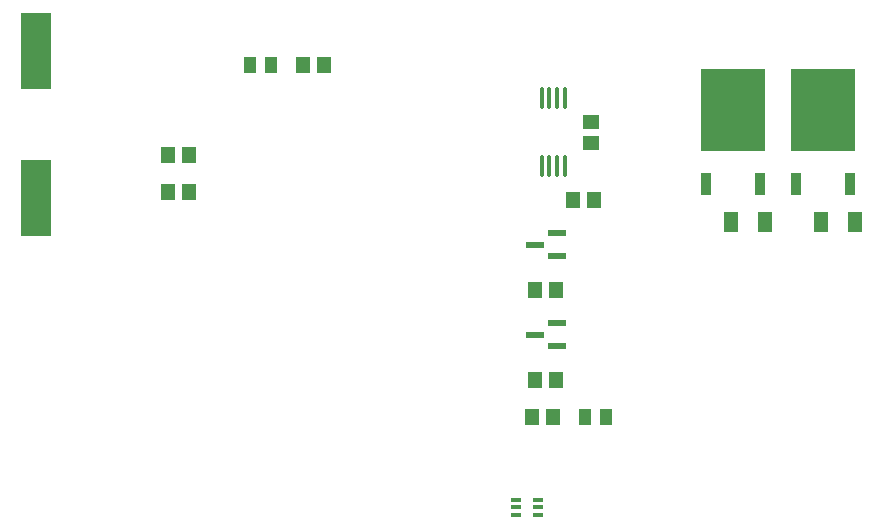
<source format=gtp>
%FSLAX24Y24*%
%MOIN*%
G70*
G01*
G75*
G04 Layer_Color=8421504*
%ADD10O,0.0138X0.0787*%
%ADD11R,0.0512X0.0709*%
%ADD12R,0.0335X0.0157*%
%ADD13R,0.0472X0.0551*%
%ADD14R,0.0591X0.0236*%
%ADD15R,0.0551X0.0472*%
%ADD16R,0.0374X0.0748*%
%ADD17R,0.2165X0.2717*%
%ADD18R,0.0984X0.2559*%
%ADD19R,0.0394X0.0551*%
%ADD20C,0.0120*%
%ADD21C,0.0250*%
%ADD22C,0.0500*%
%ADD23C,0.0080*%
%ADD24C,0.1000*%
%ADD25R,0.0591X0.0591*%
%ADD26C,0.0591*%
%ADD27C,0.0866*%
%ADD28C,0.2500*%
%ADD29C,0.1500*%
%ADD30C,0.1000*%
%ADD31R,0.0591X0.0591*%
%ADD32C,0.0500*%
%ADD33C,0.0236*%
%ADD34C,0.0098*%
%ADD35C,0.0079*%
%ADD36C,0.0100*%
%ADD37C,0.0197*%
%ADD38C,0.0150*%
%ADD39C,0.0200*%
D10*
X20116Y14858D02*
D03*
X20372D02*
D03*
X20628D02*
D03*
X20884D02*
D03*
X20116Y17142D02*
D03*
X20372D02*
D03*
X20628D02*
D03*
X20884D02*
D03*
D11*
X29429Y13000D02*
D03*
X30571D02*
D03*
X26429D02*
D03*
X27571D02*
D03*
D12*
X19250Y3750D02*
D03*
Y3494D02*
D03*
Y3238D02*
D03*
X19978D02*
D03*
Y3494D02*
D03*
Y3750D02*
D03*
D13*
X20500Y6500D02*
D03*
X19791D02*
D03*
X20604Y7750D02*
D03*
X19896D02*
D03*
X20604Y10750D02*
D03*
X19896D02*
D03*
X21146Y13750D02*
D03*
X21854D02*
D03*
X12854Y18250D02*
D03*
X12146D02*
D03*
X8354Y15250D02*
D03*
X7646D02*
D03*
X7646Y14000D02*
D03*
X8354D02*
D03*
D14*
X20624Y11876D02*
D03*
Y12624D02*
D03*
X19876Y12250D02*
D03*
X20624Y8876D02*
D03*
Y9624D02*
D03*
X19876Y9250D02*
D03*
D15*
X21750Y16354D02*
D03*
Y15646D02*
D03*
D16*
X25602Y14287D02*
D03*
X27398D02*
D03*
X28602D02*
D03*
X30398D02*
D03*
D17*
X26500Y16728D02*
D03*
X29500D02*
D03*
D18*
X3250Y18711D02*
D03*
Y13789D02*
D03*
D19*
X10396Y18250D02*
D03*
X11104D02*
D03*
X22250Y6500D02*
D03*
X21541D02*
D03*
M02*

</source>
